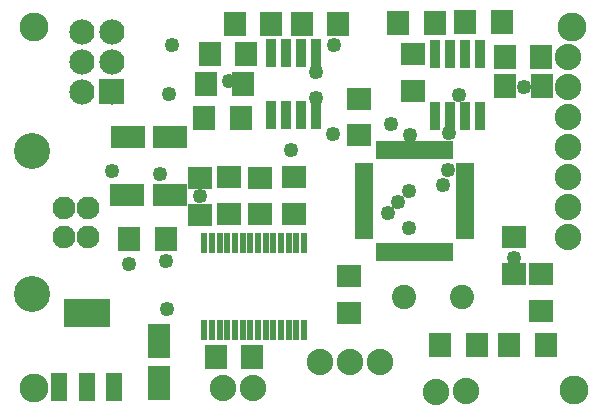
<source format=gts>
G04 MADE WITH FRITZING*
G04 WWW.FRITZING.ORG*
G04 DOUBLE SIDED*
G04 HOLES PLATED*
G04 CONTOUR ON CENTER OF CONTOUR VECTOR*
%ASAXBY*%
%FSLAX23Y23*%
%MOIN*%
%OFA0B0*%
%SFA1.0B1.0*%
%ADD10C,0.084000*%
%ADD11C,0.080925*%
%ADD12C,0.080866*%
%ADD13C,0.049370*%
%ADD14C,0.076000*%
%ADD15C,0.120000*%
%ADD16C,0.088000*%
%ADD17C,0.096614*%
%ADD18R,0.084803X0.072992*%
%ADD19R,0.072992X0.084803*%
%ADD20R,0.032000X0.060000*%
%ADD21R,0.060000X0.032000*%
%ADD22R,0.034000X0.097000*%
%ADD23R,0.023701X0.065000*%
%ADD24R,0.112362X0.072992*%
%ADD25R,0.072992X0.112362*%
%ADD26R,0.058000X0.098000*%
%ADD27R,0.151732X0.096614*%
%ADD28R,0.001000X0.001000*%
%LNMASK1*%
G90*
G70*
G54D10*
X363Y1077D03*
X263Y1077D03*
X363Y1177D03*
X263Y1177D03*
X363Y1277D03*
X263Y1277D03*
X363Y1077D03*
X263Y1077D03*
X363Y1177D03*
X263Y1177D03*
X363Y1277D03*
X263Y1277D03*
G54D11*
X1338Y392D03*
G54D12*
X1531Y392D03*
G54D13*
X1353Y745D03*
X1316Y709D03*
X1283Y671D03*
G54D14*
X283Y592D03*
X283Y690D03*
X205Y690D03*
X205Y592D03*
G54D15*
X98Y404D03*
X98Y878D03*
G54D14*
X283Y592D03*
X283Y690D03*
X205Y690D03*
X205Y592D03*
G54D15*
X98Y404D03*
X98Y878D03*
G54D16*
X1885Y1193D03*
X1885Y1093D03*
X1885Y993D03*
X1885Y893D03*
X1885Y793D03*
X1885Y693D03*
X1885Y593D03*
G54D17*
X1902Y81D03*
X104Y88D03*
X1896Y1292D03*
X102Y1291D03*
G54D16*
X832Y90D03*
X732Y90D03*
G54D13*
X656Y730D03*
X1736Y1092D03*
X1044Y1142D03*
X1483Y816D03*
X1466Y766D03*
X1043Y1057D03*
X553Y1069D03*
X1520Y1067D03*
X1292Y970D03*
X545Y513D03*
X547Y354D03*
X525Y803D03*
X755Y1113D03*
X565Y1233D03*
X365Y813D03*
X1105Y1233D03*
X1352Y621D03*
X1705Y524D03*
X1487Y939D03*
X1356Y931D03*
X421Y503D03*
G54D16*
X1258Y176D03*
X1158Y176D03*
X1058Y176D03*
X1544Y78D03*
X1444Y76D03*
G54D13*
X1101Y937D03*
X959Y884D03*
G54D18*
X657Y667D03*
X657Y790D03*
X857Y668D03*
X857Y790D03*
X755Y791D03*
X755Y669D03*
G54D19*
X542Y587D03*
X420Y587D03*
G54D20*
X1261Y543D03*
X1293Y543D03*
X1324Y543D03*
X1356Y543D03*
X1387Y543D03*
X1419Y543D03*
X1450Y543D03*
X1482Y543D03*
G54D21*
X1540Y601D03*
X1540Y633D03*
X1540Y664D03*
X1540Y696D03*
X1540Y727D03*
X1540Y759D03*
X1540Y790D03*
X1540Y822D03*
G54D20*
X1482Y881D03*
X1450Y881D03*
X1419Y881D03*
X1387Y881D03*
X1356Y881D03*
X1324Y881D03*
X1293Y881D03*
X1261Y881D03*
G54D21*
X1202Y822D03*
X1202Y790D03*
X1202Y759D03*
X1202Y727D03*
X1202Y696D03*
X1202Y664D03*
X1202Y633D03*
X1202Y601D03*
G54D22*
X893Y999D03*
X943Y999D03*
X993Y999D03*
X1043Y999D03*
X1043Y1205D03*
X993Y1205D03*
X943Y1205D03*
X893Y1205D03*
X1439Y995D03*
X1489Y995D03*
X1539Y995D03*
X1589Y995D03*
X1589Y1201D03*
X1539Y1201D03*
X1489Y1201D03*
X1439Y1201D03*
G54D23*
X1004Y283D03*
X978Y283D03*
X953Y283D03*
X927Y283D03*
X901Y283D03*
X876Y283D03*
X850Y283D03*
X799Y283D03*
X825Y283D03*
X773Y283D03*
X748Y283D03*
X722Y283D03*
X697Y283D03*
X671Y283D03*
X1004Y571D03*
X978Y571D03*
X953Y571D03*
X927Y571D03*
X901Y571D03*
X876Y571D03*
X850Y571D03*
X825Y571D03*
X799Y571D03*
X773Y571D03*
X748Y571D03*
X722Y571D03*
X697Y571D03*
X671Y571D03*
G54D18*
X1792Y347D03*
X1792Y469D03*
G54D19*
X1663Y1308D03*
X1541Y1308D03*
X1317Y1305D03*
X1440Y1305D03*
G54D18*
X1187Y1053D03*
X1187Y931D03*
G54D19*
X1674Y1096D03*
X1796Y1096D03*
X1672Y1191D03*
X1794Y1191D03*
X670Y990D03*
X792Y990D03*
X1118Y1304D03*
X996Y1304D03*
X772Y1303D03*
X894Y1303D03*
G54D18*
X1368Y1201D03*
X1368Y1079D03*
G54D19*
X811Y1204D03*
X689Y1204D03*
G54D24*
X415Y734D03*
X557Y734D03*
G54D25*
X519Y105D03*
X519Y247D03*
G54D18*
X1705Y592D03*
X1705Y470D03*
G54D24*
X416Y926D03*
X557Y926D03*
G54D19*
X800Y1103D03*
X678Y1103D03*
X831Y193D03*
X709Y193D03*
G54D26*
X188Y94D03*
X279Y94D03*
X370Y94D03*
G54D27*
X279Y338D03*
G54D18*
X1153Y339D03*
X1153Y461D03*
G54D19*
X1580Y231D03*
X1458Y231D03*
X1810Y234D03*
X1687Y234D03*
G54D18*
X971Y791D03*
X971Y669D03*
G54D28*
X321Y1119D02*
X404Y1119D01*
X321Y1118D02*
X404Y1118D01*
X321Y1117D02*
X404Y1117D01*
X321Y1116D02*
X404Y1116D01*
X321Y1115D02*
X404Y1115D01*
X321Y1114D02*
X404Y1114D01*
X321Y1113D02*
X404Y1113D01*
X321Y1112D02*
X404Y1112D01*
X321Y1111D02*
X404Y1111D01*
X321Y1110D02*
X404Y1110D01*
X321Y1109D02*
X404Y1109D01*
X321Y1108D02*
X404Y1108D01*
X321Y1107D02*
X404Y1107D01*
X321Y1106D02*
X404Y1106D01*
X321Y1105D02*
X404Y1105D01*
X321Y1104D02*
X404Y1104D01*
X321Y1103D02*
X404Y1103D01*
X321Y1102D02*
X404Y1102D01*
X321Y1101D02*
X404Y1101D01*
X321Y1100D02*
X404Y1100D01*
X321Y1099D02*
X404Y1099D01*
X321Y1098D02*
X404Y1098D01*
X321Y1097D02*
X404Y1097D01*
X321Y1096D02*
X404Y1096D01*
X321Y1095D02*
X404Y1095D01*
X321Y1094D02*
X404Y1094D01*
X321Y1093D02*
X404Y1093D01*
X321Y1092D02*
X356Y1092D01*
X368Y1092D02*
X404Y1092D01*
X321Y1091D02*
X354Y1091D01*
X370Y1091D02*
X404Y1091D01*
X321Y1090D02*
X352Y1090D01*
X372Y1090D02*
X404Y1090D01*
X321Y1089D02*
X351Y1089D01*
X373Y1089D02*
X404Y1089D01*
X321Y1088D02*
X350Y1088D01*
X374Y1088D02*
X404Y1088D01*
X321Y1087D02*
X349Y1087D01*
X375Y1087D02*
X404Y1087D01*
X321Y1086D02*
X349Y1086D01*
X376Y1086D02*
X404Y1086D01*
X321Y1085D02*
X348Y1085D01*
X376Y1085D02*
X404Y1085D01*
X321Y1084D02*
X348Y1084D01*
X376Y1084D02*
X404Y1084D01*
X321Y1083D02*
X347Y1083D01*
X377Y1083D02*
X404Y1083D01*
X321Y1082D02*
X347Y1082D01*
X377Y1082D02*
X404Y1082D01*
X321Y1081D02*
X347Y1081D01*
X377Y1081D02*
X404Y1081D01*
X321Y1080D02*
X347Y1080D01*
X377Y1080D02*
X404Y1080D01*
X321Y1079D02*
X347Y1079D01*
X378Y1079D02*
X404Y1079D01*
X321Y1078D02*
X347Y1078D01*
X378Y1078D02*
X404Y1078D01*
X321Y1077D02*
X347Y1077D01*
X378Y1077D02*
X404Y1077D01*
X321Y1076D02*
X347Y1076D01*
X377Y1076D02*
X404Y1076D01*
X321Y1075D02*
X347Y1075D01*
X377Y1075D02*
X404Y1075D01*
X321Y1074D02*
X347Y1074D01*
X377Y1074D02*
X404Y1074D01*
X321Y1073D02*
X347Y1073D01*
X377Y1073D02*
X404Y1073D01*
X321Y1072D02*
X348Y1072D01*
X377Y1072D02*
X404Y1072D01*
X321Y1071D02*
X348Y1071D01*
X376Y1071D02*
X404Y1071D01*
X321Y1070D02*
X348Y1070D01*
X376Y1070D02*
X404Y1070D01*
X321Y1069D02*
X349Y1069D01*
X375Y1069D02*
X404Y1069D01*
X321Y1068D02*
X350Y1068D01*
X374Y1068D02*
X404Y1068D01*
X321Y1067D02*
X351Y1067D01*
X373Y1067D02*
X404Y1067D01*
X321Y1066D02*
X352Y1066D01*
X372Y1066D02*
X404Y1066D01*
X321Y1065D02*
X353Y1065D01*
X371Y1065D02*
X404Y1065D01*
X321Y1064D02*
X355Y1064D01*
X369Y1064D02*
X404Y1064D01*
X321Y1063D02*
X359Y1063D01*
X365Y1063D02*
X404Y1063D01*
X321Y1062D02*
X404Y1062D01*
X321Y1061D02*
X404Y1061D01*
X321Y1060D02*
X404Y1060D01*
X321Y1059D02*
X404Y1059D01*
X321Y1058D02*
X404Y1058D01*
X321Y1057D02*
X404Y1057D01*
X321Y1056D02*
X404Y1056D01*
X321Y1055D02*
X404Y1055D01*
X321Y1054D02*
X404Y1054D01*
X321Y1053D02*
X404Y1053D01*
X321Y1052D02*
X404Y1052D01*
X321Y1051D02*
X404Y1051D01*
X321Y1050D02*
X404Y1050D01*
X321Y1049D02*
X404Y1049D01*
X321Y1048D02*
X404Y1048D01*
X321Y1047D02*
X404Y1047D01*
X321Y1046D02*
X404Y1046D01*
X321Y1045D02*
X404Y1045D01*
X321Y1044D02*
X404Y1044D01*
X321Y1043D02*
X404Y1043D01*
X321Y1042D02*
X404Y1042D01*
X321Y1041D02*
X404Y1041D01*
X321Y1040D02*
X404Y1040D01*
X321Y1039D02*
X404Y1039D01*
X321Y1038D02*
X404Y1038D01*
X321Y1037D02*
X404Y1037D01*
X321Y1036D02*
X403Y1036D01*
D02*
G04 End of Mask1*
M02*
</source>
